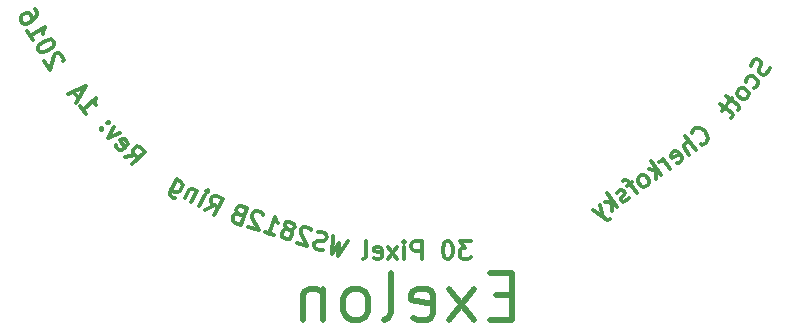
<source format=gbo>
G04 #@! TF.FileFunction,Legend,Bot*
%FSLAX46Y46*%
G04 Gerber Fmt 4.6, Leading zero omitted, Abs format (unit mm)*
G04 Created by KiCad (PCBNEW 4.0.1-stable) date 1/15/2016 5:52:31 PM*
%MOMM*%
G01*
G04 APERTURE LIST*
%ADD10C,0.100000*%
%ADD11C,0.500000*%
%ADD12C,0.300000*%
G04 APERTURE END LIST*
D10*
D11*
X153427143Y-135494286D02*
X152093810Y-135494286D01*
X151522381Y-137589524D02*
X153427143Y-137589524D01*
X153427143Y-133589524D01*
X151522381Y-133589524D01*
X150189047Y-137589524D02*
X148093809Y-134922857D01*
X150189047Y-134922857D02*
X148093809Y-137589524D01*
X145046191Y-137399048D02*
X145427143Y-137589524D01*
X146189048Y-137589524D01*
X146570000Y-137399048D01*
X146760476Y-137018095D01*
X146760476Y-135494286D01*
X146570000Y-135113333D01*
X146189048Y-134922857D01*
X145427143Y-134922857D01*
X145046191Y-135113333D01*
X144855714Y-135494286D01*
X144855714Y-135875238D01*
X146760476Y-136256190D01*
X142570000Y-137589524D02*
X142950953Y-137399048D01*
X143141429Y-137018095D01*
X143141429Y-133589524D01*
X140474762Y-137589524D02*
X140855715Y-137399048D01*
X141046191Y-137208571D01*
X141236667Y-136827619D01*
X141236667Y-135684762D01*
X141046191Y-135303810D01*
X140855715Y-135113333D01*
X140474762Y-134922857D01*
X139903334Y-134922857D01*
X139522382Y-135113333D01*
X139331905Y-135303810D01*
X139141429Y-135684762D01*
X139141429Y-136827619D01*
X139331905Y-137208571D01*
X139522382Y-137399048D01*
X139903334Y-137589524D01*
X140474762Y-137589524D01*
X137427143Y-134922857D02*
X137427143Y-137589524D01*
X137427143Y-135303810D02*
X137236667Y-135113333D01*
X136855714Y-134922857D01*
X136284286Y-134922857D01*
X135903334Y-135113333D01*
X135712857Y-135494286D01*
X135712857Y-137589524D01*
D12*
X115423374Y-115677636D02*
X115449519Y-115580063D01*
X115439949Y-115420630D01*
X115261378Y-115111335D01*
X115128090Y-115023332D01*
X115030516Y-114997187D01*
X114871084Y-115006757D01*
X114747367Y-115078186D01*
X114597504Y-115247187D01*
X114283768Y-116418066D01*
X113819483Y-115613900D01*
X114654235Y-114059734D02*
X114582807Y-113936016D01*
X114449519Y-113848013D01*
X114351945Y-113821868D01*
X114192513Y-113831437D01*
X113909363Y-113912436D01*
X113600068Y-114091007D01*
X113388347Y-114295723D01*
X113300344Y-114429010D01*
X113274199Y-114526584D01*
X113283769Y-114686016D01*
X113355197Y-114809734D01*
X113488484Y-114897738D01*
X113586058Y-114923882D01*
X113745490Y-114914312D01*
X114028640Y-114833315D01*
X114337935Y-114654743D01*
X114549656Y-114450027D01*
X114637660Y-114316740D01*
X114663805Y-114219166D01*
X114654235Y-114059734D01*
X112390912Y-113139542D02*
X112819483Y-113881850D01*
X112605197Y-113510696D02*
X113904235Y-112760696D01*
X113790087Y-112991556D01*
X113737798Y-113186704D01*
X113747367Y-113346136D01*
X113047093Y-111276081D02*
X113189950Y-111523517D01*
X113199519Y-111682949D01*
X113173374Y-111780523D01*
X113059226Y-112011383D01*
X112847505Y-112216100D01*
X112352633Y-112501814D01*
X112193201Y-112511383D01*
X112095628Y-112485239D01*
X111962340Y-112397235D01*
X111819483Y-112149799D01*
X111809913Y-111990367D01*
X111836058Y-111892793D01*
X111924062Y-111759507D01*
X112233357Y-111580935D01*
X112392789Y-111571365D01*
X112490362Y-111597510D01*
X112623649Y-111685514D01*
X112766506Y-111932949D01*
X112776076Y-112092382D01*
X112749932Y-112189955D01*
X112661928Y-112323243D01*
X169395502Y-122709437D02*
X169495274Y-122725240D01*
X169710620Y-122657072D01*
X169826193Y-122573103D01*
X169957569Y-122389363D01*
X169989174Y-122189819D01*
X169962992Y-122032261D01*
X169852840Y-121759128D01*
X169726886Y-121585768D01*
X169501160Y-121396604D01*
X169359404Y-121323015D01*
X169159860Y-121291411D01*
X168944515Y-121359577D01*
X168828942Y-121443547D01*
X168697566Y-121627288D01*
X168681763Y-121727060D01*
X168959389Y-123202873D02*
X168077711Y-121989348D01*
X168439307Y-123580735D02*
X167977476Y-122945079D01*
X167951294Y-122787520D01*
X168024883Y-122645764D01*
X168198243Y-122519810D01*
X168355802Y-122493628D01*
X168455574Y-122509431D01*
X167357158Y-124278672D02*
X167514716Y-124252489D01*
X167745863Y-124084551D01*
X167819453Y-123942795D01*
X167793271Y-123785237D01*
X167457393Y-123322941D01*
X167315637Y-123249352D01*
X167158078Y-123275534D01*
X166926931Y-123443472D01*
X166853342Y-123585229D01*
X166879524Y-123742788D01*
X166963493Y-123858361D01*
X167625332Y-123554088D01*
X166821273Y-124756305D02*
X166233487Y-123947288D01*
X166401427Y-124178437D02*
X166259671Y-124104847D01*
X166159899Y-124089045D01*
X166002340Y-124115227D01*
X165886766Y-124199196D01*
X166070043Y-125302106D02*
X165188365Y-124088580D01*
X165618592Y-124923780D02*
X165607748Y-125637983D01*
X165019963Y-124828966D02*
X165818135Y-124955385D01*
X164914304Y-126141799D02*
X164987894Y-126000043D01*
X165003696Y-125900271D01*
X164977514Y-125742713D01*
X164725606Y-125395992D01*
X164583850Y-125322403D01*
X164484078Y-125306600D01*
X164326519Y-125332782D01*
X164153159Y-125458736D01*
X164079570Y-125600492D01*
X164063767Y-125700265D01*
X164089949Y-125857823D01*
X164341857Y-126204544D01*
X164483614Y-126278133D01*
X164583386Y-126293936D01*
X164740944Y-126267753D01*
X164914304Y-126141799D01*
X163575289Y-125878583D02*
X163112993Y-126214460D01*
X163989713Y-126813554D02*
X163233990Y-125773389D01*
X163092234Y-125699800D01*
X162934674Y-125725982D01*
X162819101Y-125809952D01*
X163312073Y-127217598D02*
X163238484Y-127359354D01*
X163007335Y-127527293D01*
X162849777Y-127553476D01*
X162708021Y-127479887D01*
X162666037Y-127422099D01*
X162639854Y-127264541D01*
X162713443Y-127122785D01*
X162886804Y-126996831D01*
X162960393Y-126855075D01*
X162934211Y-126697516D01*
X162892226Y-126639729D01*
X162750470Y-126566140D01*
X162592911Y-126592322D01*
X162419550Y-126718276D01*
X162345961Y-126860033D01*
X162313892Y-128031109D02*
X161432214Y-126817584D01*
X161862441Y-127652784D02*
X161851597Y-128366986D01*
X161263812Y-127557969D02*
X162061984Y-127684388D01*
X160859302Y-127851862D02*
X161158153Y-128870803D01*
X160281434Y-128271709D02*
X161158153Y-128870803D01*
X161483651Y-129075768D01*
X161583422Y-129091571D01*
X161740980Y-129065388D01*
X175223553Y-116229338D02*
X175147911Y-116442173D01*
X174928032Y-116723605D01*
X174783794Y-116792203D01*
X174683531Y-116804514D01*
X174526983Y-116772848D01*
X174414410Y-116684897D01*
X174345813Y-116540659D01*
X174333502Y-116440396D01*
X174365168Y-116283848D01*
X174484784Y-116014726D01*
X174516450Y-115858177D01*
X174504139Y-115757915D01*
X174435542Y-115613676D01*
X174322969Y-115525725D01*
X174166420Y-115494060D01*
X174066158Y-115506370D01*
X173921919Y-115574968D01*
X173702040Y-115856399D01*
X173626400Y-116069235D01*
X173904278Y-117917932D02*
X174048516Y-117849335D01*
X174224419Y-117624189D01*
X174256085Y-117467640D01*
X174243774Y-117367378D01*
X174175177Y-117223140D01*
X173837458Y-116959285D01*
X173680909Y-116927620D01*
X173580647Y-116939930D01*
X173436408Y-117008528D01*
X173260505Y-117233673D01*
X173228840Y-117390222D01*
X173432854Y-118637346D02*
X173464520Y-118480796D01*
X173452209Y-118380534D01*
X173383612Y-118236296D01*
X173045894Y-117972441D01*
X172889345Y-117940777D01*
X172789083Y-117953087D01*
X172644844Y-118021684D01*
X172512917Y-118190543D01*
X172481252Y-118347092D01*
X172493563Y-118447355D01*
X172562159Y-118591593D01*
X172899878Y-118855448D01*
X173056427Y-118887113D01*
X173156690Y-118874802D01*
X173300927Y-118806204D01*
X173432854Y-118637346D01*
X172073158Y-118753408D02*
X171721351Y-119203700D01*
X171547225Y-118614437D02*
X172560382Y-119406002D01*
X172628980Y-119550240D01*
X172597314Y-119706789D01*
X172509362Y-119819362D01*
X171545448Y-119428846D02*
X171193641Y-119879138D01*
X171019515Y-119289875D02*
X172032672Y-120081440D01*
X172101270Y-120225678D01*
X172069604Y-120382227D01*
X171981652Y-120494800D01*
X120637012Y-123740027D02*
X121502394Y-123633649D01*
X121210553Y-124377008D02*
X122325270Y-123373313D01*
X121942910Y-122948659D01*
X121794237Y-122890290D01*
X121693360Y-122885004D01*
X121539402Y-122927512D01*
X121380157Y-123070896D01*
X121321788Y-123219569D01*
X121316501Y-123320445D01*
X121359010Y-123474405D01*
X121741370Y-123899058D01*
X119877578Y-122789843D02*
X119920087Y-122943801D01*
X120111267Y-123156128D01*
X120259938Y-123214497D01*
X120413897Y-123171989D01*
X120838551Y-122789628D01*
X120896919Y-122640956D01*
X120854411Y-122486997D01*
X120663232Y-122274670D01*
X120514559Y-122216302D01*
X120360601Y-122258810D01*
X120254437Y-122354400D01*
X120626224Y-122980808D01*
X120185281Y-121743852D02*
X119203161Y-122147574D01*
X119707331Y-121213035D01*
X118687989Y-121361921D02*
X118587112Y-121356635D01*
X118581825Y-121457511D01*
X118682702Y-121462799D01*
X118687989Y-121361921D01*
X118581825Y-121457511D01*
X119271888Y-120836176D02*
X119171011Y-120830890D01*
X119165725Y-120931766D01*
X119266601Y-120937053D01*
X119271888Y-120836176D01*
X119165725Y-120931766D01*
X116813409Y-119493486D02*
X117386950Y-120130467D01*
X117100179Y-119811976D02*
X118214896Y-118808280D01*
X118151241Y-119057829D01*
X118140668Y-119259583D01*
X118183176Y-119413542D01*
X116749539Y-118782062D02*
X116271589Y-118251244D01*
X116526639Y-119174995D02*
X117306791Y-117799727D01*
X115857508Y-118431851D01*
X127443246Y-128222660D02*
X128233401Y-127854071D01*
X128185554Y-128651231D02*
X128935554Y-127352193D01*
X128440683Y-127066479D01*
X128281250Y-127056909D01*
X128183677Y-127083055D01*
X128050389Y-127171058D01*
X127943246Y-127356634D01*
X127933677Y-127516067D01*
X127959821Y-127613640D01*
X128047825Y-127746928D01*
X128542696Y-128032642D01*
X126886516Y-127901231D02*
X127386516Y-127035206D01*
X127636516Y-126602193D02*
X127662661Y-126699767D01*
X127565087Y-126725912D01*
X127538943Y-126628338D01*
X127636516Y-126602193D01*
X127565087Y-126725912D01*
X126767926Y-126678063D02*
X126267926Y-127544088D01*
X126696497Y-126801781D02*
X126670353Y-126704208D01*
X126582349Y-126570920D01*
X126396773Y-126463777D01*
X126237340Y-126454208D01*
X126104052Y-126542211D01*
X125711195Y-127222660D01*
X125035875Y-125678063D02*
X124428732Y-126729665D01*
X124419163Y-126889098D01*
X124445307Y-126986671D01*
X124533311Y-127119958D01*
X124718888Y-127227101D01*
X124878320Y-127236671D01*
X124571589Y-126482230D02*
X124659593Y-126615517D01*
X124907029Y-126758374D01*
X125066461Y-126767944D01*
X125164034Y-126741799D01*
X125297322Y-126653796D01*
X125511607Y-126282642D01*
X125521177Y-126123210D01*
X125495033Y-126025637D01*
X125407029Y-125892348D01*
X125159593Y-125749491D01*
X125000161Y-125739922D01*
X139515150Y-130852823D02*
X138711961Y-132169044D01*
X138771321Y-131061765D01*
X138168501Y-131992463D01*
X138292363Y-130455515D01*
X137375382Y-131659659D02*
X137149512Y-131661374D01*
X136809848Y-131551010D01*
X136696056Y-131438933D01*
X136650196Y-131348927D01*
X136626409Y-131190990D01*
X136670554Y-131055125D01*
X136782631Y-130941332D01*
X136872637Y-130895472D01*
X137030575Y-130871685D01*
X137324378Y-130892042D01*
X137482316Y-130868256D01*
X137572321Y-130822395D01*
X137684399Y-130708603D01*
X137728544Y-130572738D01*
X137704757Y-130414800D01*
X137658897Y-130324795D01*
X137545104Y-130212716D01*
X137205442Y-130102353D01*
X136979571Y-130104068D01*
X136414038Y-129995420D02*
X136368178Y-129905414D01*
X136254385Y-129793336D01*
X135914722Y-129682973D01*
X135756784Y-129706761D01*
X135666779Y-129752621D01*
X135554701Y-129866413D01*
X135510556Y-130002278D01*
X135512270Y-130228149D01*
X136062590Y-131308211D01*
X135179467Y-131021267D01*
X134629147Y-129941205D02*
X134787085Y-129917417D01*
X134877090Y-129871557D01*
X134989168Y-129757764D01*
X135011241Y-129689832D01*
X134987453Y-129531895D01*
X134941594Y-129441889D01*
X134827801Y-129329811D01*
X134556070Y-129241520D01*
X134398133Y-129265308D01*
X134308127Y-129311168D01*
X134196049Y-129424961D01*
X134173977Y-129492893D01*
X134197764Y-129650830D01*
X134243624Y-129740836D01*
X134357416Y-129852914D01*
X134629147Y-129941205D01*
X134742940Y-130053282D01*
X134788799Y-130143288D01*
X134812587Y-130301226D01*
X134724297Y-130572956D01*
X134612218Y-130686748D01*
X134522214Y-130732609D01*
X134364275Y-130756395D01*
X134092545Y-130668105D01*
X133978752Y-130556028D01*
X133932892Y-130466022D01*
X133909105Y-130308084D01*
X133997396Y-130036354D01*
X134109473Y-129922561D01*
X134199479Y-129876701D01*
X134357416Y-129852914D01*
X132462163Y-130138362D02*
X133277354Y-130403233D01*
X132869758Y-130270797D02*
X133333284Y-128844213D01*
X133402931Y-129092156D01*
X133494652Y-129272167D01*
X133608444Y-129384245D01*
X132338083Y-128671062D02*
X132292222Y-128581056D01*
X132178430Y-128468978D01*
X131838767Y-128358615D01*
X131680829Y-128382402D01*
X131590823Y-128428263D01*
X131478746Y-128542055D01*
X131434601Y-128677920D01*
X131436315Y-128903791D01*
X131986635Y-129983853D01*
X131103511Y-129696909D01*
X130259389Y-128596488D02*
X130033518Y-128598203D01*
X129943513Y-128644063D01*
X129831435Y-128757855D01*
X129765217Y-128961653D01*
X129789005Y-129119591D01*
X129834864Y-129209597D01*
X129948658Y-129321674D01*
X130492118Y-129498255D01*
X130955643Y-128071670D01*
X130480115Y-127917162D01*
X130322177Y-127940950D01*
X130232172Y-127986810D01*
X130120094Y-128100603D01*
X130075949Y-128236468D01*
X130099736Y-128394405D01*
X130145596Y-128484411D01*
X130259389Y-128596488D01*
X130734917Y-128750997D01*
X149905713Y-130918571D02*
X148977142Y-130918571D01*
X149477142Y-131490000D01*
X149262856Y-131490000D01*
X149119999Y-131561429D01*
X149048570Y-131632857D01*
X148977142Y-131775714D01*
X148977142Y-132132857D01*
X149048570Y-132275714D01*
X149119999Y-132347143D01*
X149262856Y-132418571D01*
X149691428Y-132418571D01*
X149834285Y-132347143D01*
X149905713Y-132275714D01*
X148048571Y-130918571D02*
X147905714Y-130918571D01*
X147762857Y-130990000D01*
X147691428Y-131061429D01*
X147619999Y-131204286D01*
X147548571Y-131490000D01*
X147548571Y-131847143D01*
X147619999Y-132132857D01*
X147691428Y-132275714D01*
X147762857Y-132347143D01*
X147905714Y-132418571D01*
X148048571Y-132418571D01*
X148191428Y-132347143D01*
X148262857Y-132275714D01*
X148334285Y-132132857D01*
X148405714Y-131847143D01*
X148405714Y-131490000D01*
X148334285Y-131204286D01*
X148262857Y-131061429D01*
X148191428Y-130990000D01*
X148048571Y-130918571D01*
X145762857Y-132418571D02*
X145762857Y-130918571D01*
X145191429Y-130918571D01*
X145048571Y-130990000D01*
X144977143Y-131061429D01*
X144905714Y-131204286D01*
X144905714Y-131418571D01*
X144977143Y-131561429D01*
X145048571Y-131632857D01*
X145191429Y-131704286D01*
X145762857Y-131704286D01*
X144262857Y-132418571D02*
X144262857Y-131418571D01*
X144262857Y-130918571D02*
X144334286Y-130990000D01*
X144262857Y-131061429D01*
X144191429Y-130990000D01*
X144262857Y-130918571D01*
X144262857Y-131061429D01*
X143691428Y-132418571D02*
X142905714Y-131418571D01*
X143691428Y-131418571D02*
X142905714Y-132418571D01*
X141762857Y-132347143D02*
X141905714Y-132418571D01*
X142191428Y-132418571D01*
X142334285Y-132347143D01*
X142405714Y-132204286D01*
X142405714Y-131632857D01*
X142334285Y-131490000D01*
X142191428Y-131418571D01*
X141905714Y-131418571D01*
X141762857Y-131490000D01*
X141691428Y-131632857D01*
X141691428Y-131775714D01*
X142405714Y-131918571D01*
X140834285Y-132418571D02*
X140977143Y-132347143D01*
X141048571Y-132204286D01*
X141048571Y-130918571D01*
M02*

</source>
